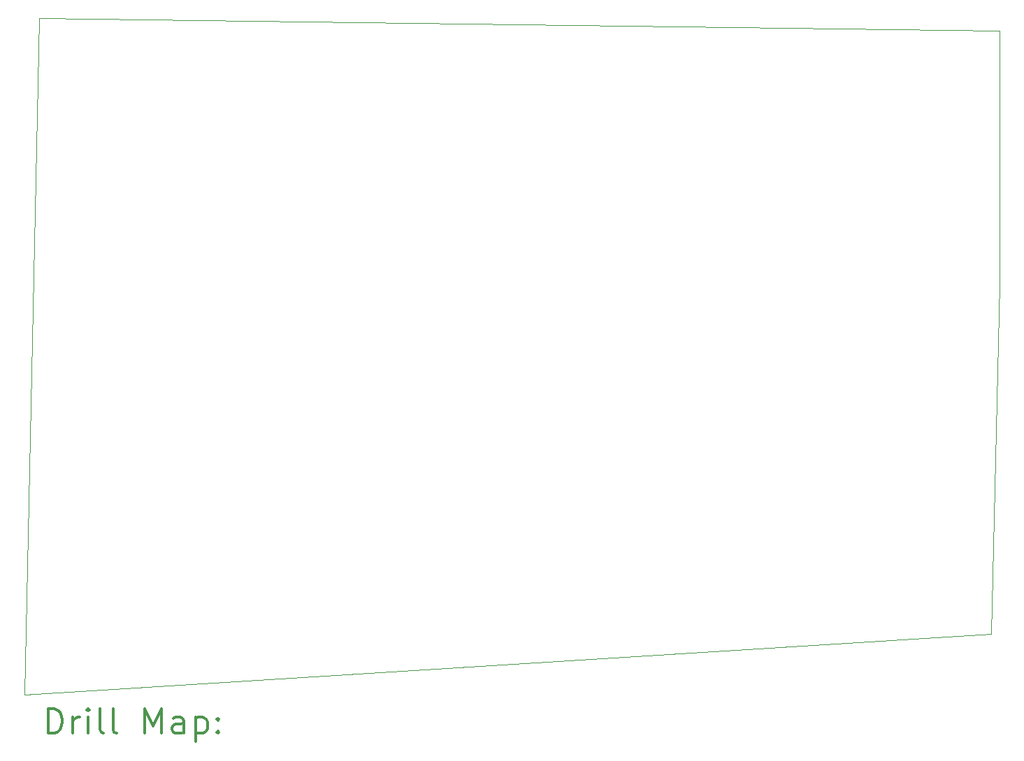
<source format=gbr>
%FSLAX45Y45*%
G04 Gerber Fmt 4.5, Leading zero omitted, Abs format (unit mm)*
G04 Created by KiCad (PCBNEW (5.1.9)-1) date 2021-10-21 17:44:24*
%MOMM*%
%LPD*%
G01*
G04 APERTURE LIST*
%TA.AperFunction,Profile*%
%ADD10C,0.050000*%
%TD*%
%ADD11C,0.200000*%
%ADD12C,0.300000*%
G04 APERTURE END LIST*
D10*
X21717000Y-11252200D02*
X21818600Y-7010400D01*
X10007600Y-11988800D02*
X21717000Y-11252200D01*
X10185400Y-3784600D02*
X10007600Y-11988800D01*
X21818600Y-3937000D02*
X10185400Y-3784600D01*
X21818600Y-7010400D02*
X21818600Y-3937000D01*
D11*
D12*
X10291528Y-12457014D02*
X10291528Y-12157014D01*
X10362957Y-12157014D01*
X10405814Y-12171300D01*
X10434386Y-12199871D01*
X10448671Y-12228443D01*
X10462957Y-12285586D01*
X10462957Y-12328443D01*
X10448671Y-12385586D01*
X10434386Y-12414157D01*
X10405814Y-12442729D01*
X10362957Y-12457014D01*
X10291528Y-12457014D01*
X10591528Y-12457014D02*
X10591528Y-12257014D01*
X10591528Y-12314157D02*
X10605814Y-12285586D01*
X10620100Y-12271300D01*
X10648671Y-12257014D01*
X10677243Y-12257014D01*
X10777243Y-12457014D02*
X10777243Y-12257014D01*
X10777243Y-12157014D02*
X10762957Y-12171300D01*
X10777243Y-12185586D01*
X10791528Y-12171300D01*
X10777243Y-12157014D01*
X10777243Y-12185586D01*
X10962957Y-12457014D02*
X10934386Y-12442729D01*
X10920100Y-12414157D01*
X10920100Y-12157014D01*
X11120100Y-12457014D02*
X11091528Y-12442729D01*
X11077243Y-12414157D01*
X11077243Y-12157014D01*
X11462957Y-12457014D02*
X11462957Y-12157014D01*
X11562957Y-12371300D01*
X11662957Y-12157014D01*
X11662957Y-12457014D01*
X11934386Y-12457014D02*
X11934386Y-12299871D01*
X11920100Y-12271300D01*
X11891528Y-12257014D01*
X11834386Y-12257014D01*
X11805814Y-12271300D01*
X11934386Y-12442729D02*
X11905814Y-12457014D01*
X11834386Y-12457014D01*
X11805814Y-12442729D01*
X11791528Y-12414157D01*
X11791528Y-12385586D01*
X11805814Y-12357014D01*
X11834386Y-12342729D01*
X11905814Y-12342729D01*
X11934386Y-12328443D01*
X12077243Y-12257014D02*
X12077243Y-12557014D01*
X12077243Y-12271300D02*
X12105814Y-12257014D01*
X12162957Y-12257014D01*
X12191528Y-12271300D01*
X12205814Y-12285586D01*
X12220100Y-12314157D01*
X12220100Y-12399871D01*
X12205814Y-12428443D01*
X12191528Y-12442729D01*
X12162957Y-12457014D01*
X12105814Y-12457014D01*
X12077243Y-12442729D01*
X12348671Y-12428443D02*
X12362957Y-12442729D01*
X12348671Y-12457014D01*
X12334386Y-12442729D01*
X12348671Y-12428443D01*
X12348671Y-12457014D01*
X12348671Y-12271300D02*
X12362957Y-12285586D01*
X12348671Y-12299871D01*
X12334386Y-12285586D01*
X12348671Y-12271300D01*
X12348671Y-12299871D01*
M02*

</source>
